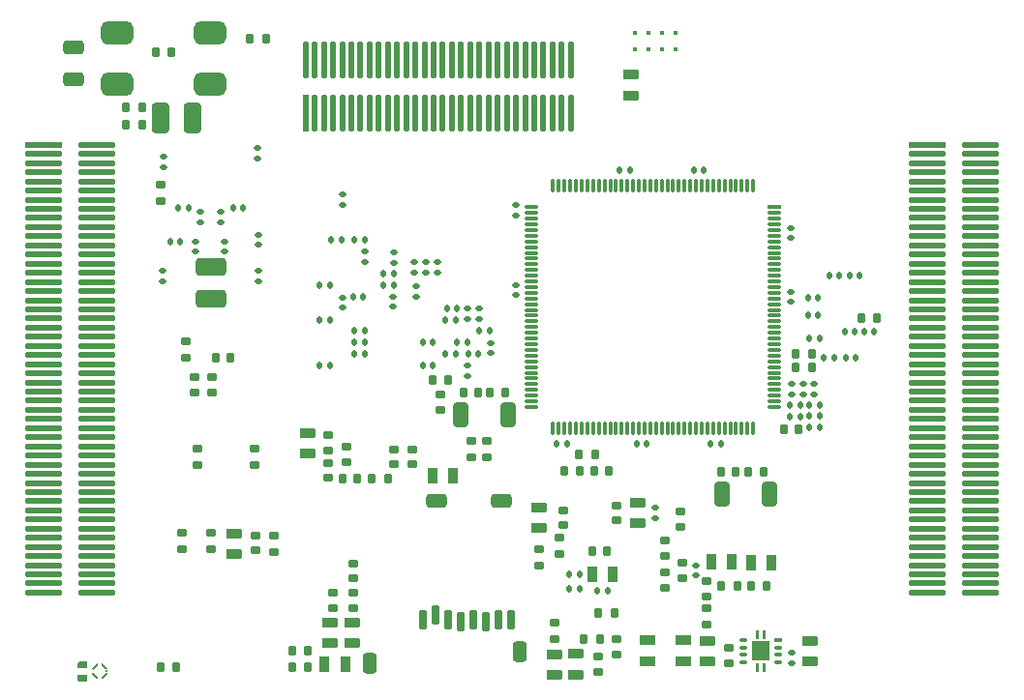
<source format=gbp>
%FSLAX44Y44*%
%MOMM*%
G71*
G01*
G75*
G04 Layer_Color=128*
%ADD10C,1.0000*%
G04:AMPARAMS|DCode=11|XSize=0.9mm|YSize=0.6mm|CornerRadius=0.15mm|HoleSize=0mm|Usage=FLASHONLY|Rotation=90.000|XOffset=0mm|YOffset=0mm|HoleType=Round|Shape=RoundedRectangle|*
%AMROUNDEDRECTD11*
21,1,0.9000,0.3000,0,0,90.0*
21,1,0.6000,0.6000,0,0,90.0*
1,1,0.3000,0.1500,0.3000*
1,1,0.3000,0.1500,-0.3000*
1,1,0.3000,-0.1500,-0.3000*
1,1,0.3000,-0.1500,0.3000*
%
%ADD11ROUNDEDRECTD11*%
G04:AMPARAMS|DCode=12|XSize=1.4mm|YSize=0.9mm|CornerRadius=0.225mm|HoleSize=0mm|Usage=FLASHONLY|Rotation=0.000|XOffset=0mm|YOffset=0mm|HoleType=Round|Shape=RoundedRectangle|*
%AMROUNDEDRECTD12*
21,1,1.4000,0.4500,0,0,0.0*
21,1,0.9500,0.9000,0,0,0.0*
1,1,0.4500,0.4750,-0.2250*
1,1,0.4500,-0.4750,-0.2250*
1,1,0.4500,-0.4750,0.2250*
1,1,0.4500,0.4750,0.2250*
%
%ADD12ROUNDEDRECTD12*%
%ADD13R,1.5700X1.8800*%
%ADD14O,1.6500X0.3000*%
%ADD15R,1.6500X0.3000*%
%ADD16R,0.5000X0.5000*%
%ADD17O,0.8000X0.2500*%
%ADD18O,0.2500X0.8000*%
%ADD19R,0.2500X0.8000*%
G04:AMPARAMS|DCode=20|XSize=0.9mm|YSize=0.6mm|CornerRadius=0.15mm|HoleSize=0mm|Usage=FLASHONLY|Rotation=0.000|XOffset=0mm|YOffset=0mm|HoleType=Round|Shape=RoundedRectangle|*
%AMROUNDEDRECTD20*
21,1,0.9000,0.3000,0,0,0.0*
21,1,0.6000,0.6000,0,0,0.0*
1,1,0.3000,0.3000,-0.1500*
1,1,0.3000,-0.3000,-0.1500*
1,1,0.3000,-0.3000,0.1500*
1,1,0.3000,0.3000,0.1500*
%
%ADD20ROUNDEDRECTD20*%
G04:AMPARAMS|DCode=21|XSize=1.4mm|YSize=0.9mm|CornerRadius=0.225mm|HoleSize=0mm|Usage=FLASHONLY|Rotation=90.000|XOffset=0mm|YOffset=0mm|HoleType=Round|Shape=RoundedRectangle|*
%AMROUNDEDRECTD21*
21,1,1.4000,0.4500,0,0,90.0*
21,1,0.9500,0.9000,0,0,90.0*
1,1,0.4500,0.2250,0.4750*
1,1,0.4500,0.2250,-0.4750*
1,1,0.4500,-0.2250,-0.4750*
1,1,0.4500,-0.2250,0.4750*
%
%ADD21ROUNDEDRECTD21*%
G04:AMPARAMS|DCode=22|XSize=0.6mm|YSize=0.45mm|CornerRadius=0.1125mm|HoleSize=0mm|Usage=FLASHONLY|Rotation=270.000|XOffset=0mm|YOffset=0mm|HoleType=Round|Shape=RoundedRectangle|*
%AMROUNDEDRECTD22*
21,1,0.6000,0.2250,0,0,270.0*
21,1,0.3750,0.4500,0,0,270.0*
1,1,0.2250,-0.1125,-0.1875*
1,1,0.2250,-0.1125,0.1875*
1,1,0.2250,0.1125,0.1875*
1,1,0.2250,0.1125,-0.1875*
%
%ADD22ROUNDEDRECTD22*%
G04:AMPARAMS|DCode=23|XSize=0.6mm|YSize=0.45mm|CornerRadius=0.1125mm|HoleSize=0mm|Usage=FLASHONLY|Rotation=180.000|XOffset=0mm|YOffset=0mm|HoleType=Round|Shape=RoundedRectangle|*
%AMROUNDEDRECTD23*
21,1,0.6000,0.2250,0,0,180.0*
21,1,0.3750,0.4500,0,0,180.0*
1,1,0.2250,-0.1875,0.1125*
1,1,0.2250,0.1875,0.1125*
1,1,0.2250,0.1875,-0.1125*
1,1,0.2250,-0.1875,-0.1125*
%
%ADD23ROUNDEDRECTD23*%
G04:AMPARAMS|DCode=24|XSize=2.7mm|YSize=1.6mm|CornerRadius=0.4mm|HoleSize=0mm|Usage=FLASHONLY|Rotation=180.000|XOffset=0mm|YOffset=0mm|HoleType=Round|Shape=RoundedRectangle|*
%AMROUNDEDRECTD24*
21,1,2.7000,0.8000,0,0,180.0*
21,1,1.9000,1.6000,0,0,180.0*
1,1,0.8000,-0.9500,0.4000*
1,1,0.8000,0.9500,0.4000*
1,1,0.8000,0.9500,-0.4000*
1,1,0.8000,-0.9500,-0.4000*
%
%ADD24ROUNDEDRECTD24*%
G04:AMPARAMS|DCode=25|XSize=1.4mm|YSize=1.2mm|CornerRadius=0.18mm|HoleSize=0mm|Usage=FLASHONLY|Rotation=90.000|XOffset=0mm|YOffset=0mm|HoleType=Round|Shape=RoundedRectangle|*
%AMROUNDEDRECTD25*
21,1,1.4000,0.8400,0,0,90.0*
21,1,1.0400,1.2000,0,0,90.0*
1,1,0.3600,0.4200,0.5200*
1,1,0.3600,0.4200,-0.5200*
1,1,0.3600,-0.4200,-0.5200*
1,1,0.3600,-0.4200,0.5200*
%
%ADD25ROUNDEDRECTD25*%
G04:AMPARAMS|DCode=26|XSize=0.9mm|YSize=0.7mm|CornerRadius=0.175mm|HoleSize=0mm|Usage=FLASHONLY|Rotation=180.000|XOffset=0mm|YOffset=0mm|HoleType=Round|Shape=RoundedRectangle|*
%AMROUNDEDRECTD26*
21,1,0.9000,0.3500,0,0,180.0*
21,1,0.5500,0.7000,0,0,180.0*
1,1,0.3500,-0.2750,0.1750*
1,1,0.3500,0.2750,0.1750*
1,1,0.3500,0.2750,-0.1750*
1,1,0.3500,-0.2750,-0.1750*
%
%ADD26ROUNDEDRECTD26*%
G04:AMPARAMS|DCode=27|XSize=0.9mm|YSize=0.7mm|CornerRadius=0.175mm|HoleSize=0mm|Usage=FLASHONLY|Rotation=90.000|XOffset=0mm|YOffset=0mm|HoleType=Round|Shape=RoundedRectangle|*
%AMROUNDEDRECTD27*
21,1,0.9000,0.3500,0,0,90.0*
21,1,0.5500,0.7000,0,0,90.0*
1,1,0.3500,0.1750,0.2750*
1,1,0.3500,0.1750,-0.2750*
1,1,0.3500,-0.1750,-0.2750*
1,1,0.3500,-0.1750,0.2750*
%
%ADD27ROUNDEDRECTD27*%
G04:AMPARAMS|DCode=28|XSize=0.5mm|YSize=0.66mm|CornerRadius=0.125mm|HoleSize=0mm|Usage=FLASHONLY|Rotation=270.000|XOffset=0mm|YOffset=0mm|HoleType=Round|Shape=RoundedRectangle|*
%AMROUNDEDRECTD28*
21,1,0.5000,0.4100,0,0,270.0*
21,1,0.2500,0.6600,0,0,270.0*
1,1,0.2500,-0.2050,-0.1250*
1,1,0.2500,-0.2050,0.1250*
1,1,0.2500,0.2050,0.1250*
1,1,0.2500,0.2050,-0.1250*
%
%ADD28ROUNDEDRECTD28*%
%ADD29R,1.4000X1.4000*%
%ADD30R,1.2000X1.4000*%
G04:AMPARAMS|DCode=31|XSize=2.65mm|YSize=7.3mm|CornerRadius=0.6625mm|HoleSize=0mm|Usage=FLASHONLY|Rotation=0.000|XOffset=0mm|YOffset=0mm|HoleType=Round|Shape=RoundedRectangle|*
%AMROUNDEDRECTD31*
21,1,2.6500,5.9750,0,0,0.0*
21,1,1.3250,7.3000,0,0,0.0*
1,1,1.3250,0.6625,-2.9875*
1,1,1.3250,-0.6625,-2.9875*
1,1,1.3250,-0.6625,2.9875*
1,1,1.3250,0.6625,2.9875*
%
%ADD31ROUNDEDRECTD31*%
G04:AMPARAMS|DCode=32|XSize=2.7mm|YSize=1.6mm|CornerRadius=0.4mm|HoleSize=0mm|Usage=FLASHONLY|Rotation=270.000|XOffset=0mm|YOffset=0mm|HoleType=Round|Shape=RoundedRectangle|*
%AMROUNDEDRECTD32*
21,1,2.7000,0.8000,0,0,270.0*
21,1,1.9000,1.6000,0,0,270.0*
1,1,0.8000,-0.4000,-0.9500*
1,1,0.8000,-0.4000,0.9500*
1,1,0.8000,0.4000,0.9500*
1,1,0.8000,0.4000,-0.9500*
%
%ADD32ROUNDEDRECTD32*%
%ADD33R,1.9000X2.4000*%
G04:AMPARAMS|DCode=34|XSize=0.5mm|YSize=0.66mm|CornerRadius=0.125mm|HoleSize=0mm|Usage=FLASHONLY|Rotation=0.000|XOffset=0mm|YOffset=0mm|HoleType=Round|Shape=RoundedRectangle|*
%AMROUNDEDRECTD34*
21,1,0.5000,0.4100,0,0,0.0*
21,1,0.2500,0.6600,0,0,0.0*
1,1,0.2500,0.1250,-0.2050*
1,1,0.2500,-0.1250,-0.2050*
1,1,0.2500,-0.1250,0.2050*
1,1,0.2500,0.1250,0.2050*
%
%ADD34ROUNDEDRECTD34*%
%ADD35R,1.0160X1.0160*%
%ADD36R,2.0000X3.5000*%
%ADD37R,0.5000X2.2500*%
%ADD38R,2.0000X4.0000*%
%ADD39O,0.5000X2.4000*%
G04:AMPARAMS|DCode=40|XSize=0.5mm|YSize=2.4mm|CornerRadius=0.125mm|HoleSize=0mm|Usage=FLASHONLY|Rotation=0.000|XOffset=0mm|YOffset=0mm|HoleType=Round|Shape=RoundedRectangle|*
%AMROUNDEDRECTD40*
21,1,0.5000,2.1500,0,0,0.0*
21,1,0.2500,2.4000,0,0,0.0*
1,1,0.2500,0.1250,-1.0750*
1,1,0.2500,-0.1250,-1.0750*
1,1,0.2500,-0.1250,1.0750*
1,1,0.2500,0.1250,1.0750*
%
%ADD40ROUNDEDRECTD40*%
%ADD41O,2.7500X1.0000*%
%ADD42O,2.2000X0.6000*%
%ADD43R,2.2000X0.6000*%
%ADD44R,0.3048X0.3048*%
G04:AMPARAMS|DCode=45|XSize=0.3048mm|YSize=0.3048mm|CornerRadius=0.0762mm|HoleSize=0mm|Usage=FLASHONLY|Rotation=270.000|XOffset=0mm|YOffset=0mm|HoleType=Round|Shape=RoundedRectangle|*
%AMROUNDEDRECTD45*
21,1,0.3048,0.1524,0,0,270.0*
21,1,0.1524,0.3048,0,0,270.0*
1,1,0.1524,-0.0762,-0.0762*
1,1,0.1524,-0.0762,0.0762*
1,1,0.1524,0.0762,0.0762*
1,1,0.1524,0.0762,-0.0762*
%
%ADD45ROUNDEDRECTD45*%
%ADD46R,0.3500X0.8000*%
%ADD47O,0.3500X0.8000*%
%ADD48R,1.7500X1.5000*%
%ADD49O,0.3000X1.6500*%
%ADD50R,0.3000X1.6500*%
%ADD51R,1.8500X0.3500*%
%ADD52O,1.8500X0.3500*%
%ADD53O,0.2500X0.7000*%
%ADD54R,0.7000X0.2500*%
%ADD55O,0.7000X0.2500*%
%ADD56R,0.2500X0.7000*%
%ADD57R,0.3500X1.5000*%
%ADD58O,0.3500X1.5600*%
%ADD59O,0.3500X1.5000*%
%ADD60O,0.6000X2.2000*%
%ADD61R,0.6000X2.2000*%
%ADD62O,0.2800X0.8500*%
%ADD63R,3.3000X3.3000*%
%ADD64O,0.8500X0.2800*%
%ADD65R,0.2800X0.8500*%
%ADD66R,2.5000X2.5000*%
%ADD67R,0.5000X0.5000*%
%ADD68O,1.6000X0.3500*%
%ADD69R,1.6000X0.3500*%
%ADD70C,0.4000*%
%ADD71C,0.4500*%
%ADD72C,0.1500*%
%ADD73C,0.3000*%
%ADD74C,0.1000*%
%ADD75C,0.8000*%
%ADD76C,0.2000*%
%ADD77C,0.4000*%
%ADD78C,0.2500*%
%ADD79C,0.6000*%
%ADD80C,0.5000*%
%ADD81C,0.2540*%
%ADD82C,0.1999*%
%ADD83C,1.5240*%
%ADD84C,1.4000*%
%ADD85O,3.0200X1.6200*%
%ADD86C,0.8000*%
%ADD87C,1.2000*%
%ADD88C,2.5000*%
%ADD89C,3.2500*%
%ADD90C,1.5000*%
%ADD91C,0.3500*%
%ADD92C,0.6000*%
%ADD93C,4.4000*%
%ADD94C,1.0160*%
%ADD95C,1.8000*%
%ADD96C,2.6000*%
%ADD97O,3.1000X1.7000*%
%ADD98C,1.3000*%
%ADD99C,1.7000*%
%ADD100C,3.7500*%
%ADD101C,0.6500*%
%ADD102C,0.8000*%
%ADD103C,0.0800*%
%ADD104C,0.0870*%
%ADD105C,0.0750*%
%ADD106C,0.4500*%
%ADD107C,2.2000*%
%ADD108O,2.8000X1.4000*%
%ADD109O,0.5000X3.3000*%
%ADD110R,0.5000X3.3000*%
%ADD111R,1.4000X0.9000*%
G04:AMPARAMS|DCode=112|XSize=1.3mm|YSize=2.2mm|CornerRadius=0.325mm|HoleSize=0mm|Usage=FLASHONLY|Rotation=180.000|XOffset=0mm|YOffset=0mm|HoleType=Round|Shape=RoundedRectangle|*
%AMROUNDEDRECTD112*
21,1,1.3000,1.5500,0,0,180.0*
21,1,0.6500,2.2000,0,0,180.0*
1,1,0.6500,-0.3250,0.7750*
1,1,0.6500,0.3250,0.7750*
1,1,0.6500,0.3250,-0.7750*
1,1,0.6500,-0.3250,-0.7750*
%
%ADD112ROUNDEDRECTD112*%
%ADD113R,0.9000X1.4000*%
%ADD114O,3.3000X0.5000*%
%ADD115R,3.3000X0.5000*%
G04:AMPARAMS|DCode=116|XSize=1.8mm|YSize=1.2mm|CornerRadius=0.3mm|HoleSize=0mm|Usage=FLASHONLY|Rotation=0.000|XOffset=0mm|YOffset=0mm|HoleType=Round|Shape=RoundedRectangle|*
%AMROUNDEDRECTD116*
21,1,1.8000,0.6000,0,0,0.0*
21,1,1.2000,1.2000,0,0,0.0*
1,1,0.6000,0.6000,-0.3000*
1,1,0.6000,-0.6000,-0.3000*
1,1,0.6000,-0.6000,0.3000*
1,1,0.6000,0.6000,0.3000*
%
%ADD116ROUNDEDRECTD116*%
%ADD117C,0.3000*%
%ADD118C,0.5000*%
G04:AMPARAMS|DCode=119|XSize=0.5mm|YSize=1.54mm|CornerRadius=0.125mm|HoleSize=0mm|Usage=FLASHONLY|Rotation=180.000|XOffset=0mm|YOffset=0mm|HoleType=Round|Shape=RoundedRectangle|*
%AMROUNDEDRECTD119*
21,1,0.5000,1.2900,0,0,180.0*
21,1,0.2500,1.5400,0,0,180.0*
1,1,0.2500,-0.1250,0.6450*
1,1,0.2500,0.1250,0.6450*
1,1,0.2500,0.1250,-0.6450*
1,1,0.2500,-0.1250,-0.6450*
%
%ADD119ROUNDEDRECTD119*%
G04:AMPARAMS|DCode=120|XSize=1.22mm|YSize=1.82mm|CornerRadius=0.305mm|HoleSize=0mm|Usage=FLASHONLY|Rotation=180.000|XOffset=0mm|YOffset=0mm|HoleType=Round|Shape=RoundedRectangle|*
%AMROUNDEDRECTD120*
21,1,1.2200,1.2100,0,0,180.0*
21,1,0.6100,1.8200,0,0,180.0*
1,1,0.6100,-0.3050,0.6050*
1,1,0.6100,0.3050,0.6050*
1,1,0.6100,0.3050,-0.6050*
1,1,0.6100,-0.3050,-0.6050*
%
%ADD120ROUNDEDRECTD120*%
G04:AMPARAMS|DCode=121|XSize=1.22mm|YSize=1.82mm|CornerRadius=0.305mm|HoleSize=0mm|Usage=FLASHONLY|Rotation=90.000|XOffset=0mm|YOffset=0mm|HoleType=Round|Shape=RoundedRectangle|*
%AMROUNDEDRECTD121*
21,1,1.2200,1.2100,0,0,90.0*
21,1,0.6100,1.8200,0,0,90.0*
1,1,0.6100,0.6050,0.3050*
1,1,0.6100,0.6050,-0.3050*
1,1,0.6100,-0.6050,-0.3050*
1,1,0.6100,-0.6050,0.3050*
%
%ADD121ROUNDEDRECTD121*%
%ADD122R,0.8000X0.3500*%
%ADD123O,0.8000X0.3500*%
%ADD124R,1.5000X1.7500*%
%ADD125R,0.4000X0.4000*%
G04:AMPARAMS|DCode=126|XSize=2mm|YSize=2.8mm|CornerRadius=0.5mm|HoleSize=0mm|Usage=FLASHONLY|Rotation=270.000|XOffset=0mm|YOffset=0mm|HoleType=Round|Shape=RoundedRectangle|*
%AMROUNDEDRECTD126*
21,1,2.0000,1.8000,0,0,270.0*
21,1,1.0000,2.8000,0,0,270.0*
1,1,1.0000,-0.9000,-0.5000*
1,1,1.0000,-0.9000,0.5000*
1,1,1.0000,0.9000,0.5000*
1,1,1.0000,0.9000,-0.5000*
%
%ADD126ROUNDEDRECTD126*%
%ADD127O,0.3000X1.2000*%
%ADD128O,1.2000X0.3000*%
%ADD129R,1.2000X0.3000*%
%ADD130C,0.1250*%
%ADD131C,0.2032*%
%ADD132C,0.1524*%
%ADD133C,0.1519*%
%ADD134R,1.3000X1.3000*%
%ADD135R,0.9000X0.9000*%
%ADD136C,1.5000*%
G04:AMPARAMS|DCode=137|XSize=1.02mm|YSize=0.72mm|CornerRadius=0.21mm|HoleSize=0mm|Usage=FLASHONLY|Rotation=90.000|XOffset=0mm|YOffset=0mm|HoleType=Round|Shape=RoundedRectangle|*
%AMROUNDEDRECTD137*
21,1,1.0200,0.3000,0,0,90.0*
21,1,0.6000,0.7200,0,0,90.0*
1,1,0.4200,0.1500,0.3000*
1,1,0.4200,0.1500,-0.3000*
1,1,0.4200,-0.1500,-0.3000*
1,1,0.4200,-0.1500,0.3000*
%
%ADD137ROUNDEDRECTD137*%
G04:AMPARAMS|DCode=138|XSize=1.54mm|YSize=1.04mm|CornerRadius=0.295mm|HoleSize=0mm|Usage=FLASHONLY|Rotation=0.000|XOffset=0mm|YOffset=0mm|HoleType=Round|Shape=RoundedRectangle|*
%AMROUNDEDRECTD138*
21,1,1.5400,0.4500,0,0,0.0*
21,1,0.9500,1.0400,0,0,0.0*
1,1,0.5900,0.4750,-0.2250*
1,1,0.5900,-0.4750,-0.2250*
1,1,0.5900,-0.4750,0.2250*
1,1,0.5900,0.4750,0.2250*
%
%ADD138ROUNDEDRECTD138*%
%ADD139R,1.6700X1.9800*%
%ADD140O,1.7500X0.4000*%
%ADD141R,1.7500X0.4000*%
%ADD142R,0.6000X0.6000*%
%ADD143O,0.9200X0.3700*%
%ADD144O,0.3700X0.9200*%
%ADD145R,0.3700X0.9200*%
G04:AMPARAMS|DCode=146|XSize=1.02mm|YSize=0.72mm|CornerRadius=0.21mm|HoleSize=0mm|Usage=FLASHONLY|Rotation=0.000|XOffset=0mm|YOffset=0mm|HoleType=Round|Shape=RoundedRectangle|*
%AMROUNDEDRECTD146*
21,1,1.0200,0.3000,0,0,0.0*
21,1,0.6000,0.7200,0,0,0.0*
1,1,0.4200,0.3000,-0.1500*
1,1,0.4200,-0.3000,-0.1500*
1,1,0.4200,-0.3000,0.1500*
1,1,0.4200,0.3000,0.1500*
%
%ADD146ROUNDEDRECTD146*%
G04:AMPARAMS|DCode=147|XSize=1.54mm|YSize=1.04mm|CornerRadius=0.295mm|HoleSize=0mm|Usage=FLASHONLY|Rotation=90.000|XOffset=0mm|YOffset=0mm|HoleType=Round|Shape=RoundedRectangle|*
%AMROUNDEDRECTD147*
21,1,1.5400,0.4500,0,0,90.0*
21,1,0.9500,1.0400,0,0,90.0*
1,1,0.5900,0.2250,0.4750*
1,1,0.5900,0.2250,-0.4750*
1,1,0.5900,-0.2250,-0.4750*
1,1,0.5900,-0.2250,0.4750*
%
%ADD147ROUNDEDRECTD147*%
G04:AMPARAMS|DCode=148|XSize=0.7mm|YSize=0.55mm|CornerRadius=0.1625mm|HoleSize=0mm|Usage=FLASHONLY|Rotation=270.000|XOffset=0mm|YOffset=0mm|HoleType=Round|Shape=RoundedRectangle|*
%AMROUNDEDRECTD148*
21,1,0.7000,0.2250,0,0,270.0*
21,1,0.3750,0.5500,0,0,270.0*
1,1,0.3250,-0.1125,-0.1875*
1,1,0.3250,-0.1125,0.1875*
1,1,0.3250,0.1125,0.1875*
1,1,0.3250,0.1125,-0.1875*
%
%ADD148ROUNDEDRECTD148*%
G04:AMPARAMS|DCode=149|XSize=0.7mm|YSize=0.55mm|CornerRadius=0.1625mm|HoleSize=0mm|Usage=FLASHONLY|Rotation=180.000|XOffset=0mm|YOffset=0mm|HoleType=Round|Shape=RoundedRectangle|*
%AMROUNDEDRECTD149*
21,1,0.7000,0.2250,0,0,180.0*
21,1,0.3750,0.5500,0,0,180.0*
1,1,0.3250,-0.1875,0.1125*
1,1,0.3250,0.1875,0.1125*
1,1,0.3250,0.1875,-0.1125*
1,1,0.3250,-0.1875,-0.1125*
%
%ADD149ROUNDEDRECTD149*%
G04:AMPARAMS|DCode=150|XSize=2.8mm|YSize=1.7mm|CornerRadius=0.45mm|HoleSize=0mm|Usage=FLASHONLY|Rotation=180.000|XOffset=0mm|YOffset=0mm|HoleType=Round|Shape=RoundedRectangle|*
%AMROUNDEDRECTD150*
21,1,2.8000,0.8000,0,0,180.0*
21,1,1.9000,1.7000,0,0,180.0*
1,1,0.9000,-0.9500,0.4000*
1,1,0.9000,0.9500,0.4000*
1,1,0.9000,0.9500,-0.4000*
1,1,0.9000,-0.9500,-0.4000*
%
%ADD150ROUNDEDRECTD150*%
G04:AMPARAMS|DCode=151|XSize=1.5mm|YSize=1.3mm|CornerRadius=0.23mm|HoleSize=0mm|Usage=FLASHONLY|Rotation=90.000|XOffset=0mm|YOffset=0mm|HoleType=Round|Shape=RoundedRectangle|*
%AMROUNDEDRECTD151*
21,1,1.5000,0.8400,0,0,90.0*
21,1,1.0400,1.3000,0,0,90.0*
1,1,0.4600,0.4200,0.5200*
1,1,0.4600,0.4200,-0.5200*
1,1,0.4600,-0.4200,-0.5200*
1,1,0.4600,-0.4200,0.5200*
%
%ADD151ROUNDEDRECTD151*%
G04:AMPARAMS|DCode=152|XSize=1mm|YSize=0.8mm|CornerRadius=0.225mm|HoleSize=0mm|Usage=FLASHONLY|Rotation=180.000|XOffset=0mm|YOffset=0mm|HoleType=Round|Shape=RoundedRectangle|*
%AMROUNDEDRECTD152*
21,1,1.0000,0.3500,0,0,180.0*
21,1,0.5500,0.8000,0,0,180.0*
1,1,0.4500,-0.2750,0.1750*
1,1,0.4500,0.2750,0.1750*
1,1,0.4500,0.2750,-0.1750*
1,1,0.4500,-0.2750,-0.1750*
%
%ADD152ROUNDEDRECTD152*%
G04:AMPARAMS|DCode=153|XSize=1mm|YSize=0.8mm|CornerRadius=0.225mm|HoleSize=0mm|Usage=FLASHONLY|Rotation=90.000|XOffset=0mm|YOffset=0mm|HoleType=Round|Shape=RoundedRectangle|*
%AMROUNDEDRECTD153*
21,1,1.0000,0.3500,0,0,90.0*
21,1,0.5500,0.8000,0,0,90.0*
1,1,0.4500,0.1750,0.2750*
1,1,0.4500,0.1750,-0.2750*
1,1,0.4500,-0.1750,-0.2750*
1,1,0.4500,-0.1750,0.2750*
%
%ADD153ROUNDEDRECTD153*%
G04:AMPARAMS|DCode=154|XSize=0.6mm|YSize=0.76mm|CornerRadius=0.175mm|HoleSize=0mm|Usage=FLASHONLY|Rotation=270.000|XOffset=0mm|YOffset=0mm|HoleType=Round|Shape=RoundedRectangle|*
%AMROUNDEDRECTD154*
21,1,0.6000,0.4100,0,0,270.0*
21,1,0.2500,0.7600,0,0,270.0*
1,1,0.3500,-0.2050,-0.1250*
1,1,0.3500,-0.2050,0.1250*
1,1,0.3500,0.2050,0.1250*
1,1,0.3500,0.2050,-0.1250*
%
%ADD154ROUNDEDRECTD154*%
%ADD155R,1.5000X1.5000*%
%ADD156R,1.3000X1.5000*%
G04:AMPARAMS|DCode=157|XSize=2.75mm|YSize=7.4mm|CornerRadius=0.7125mm|HoleSize=0mm|Usage=FLASHONLY|Rotation=0.000|XOffset=0mm|YOffset=0mm|HoleType=Round|Shape=RoundedRectangle|*
%AMROUNDEDRECTD157*
21,1,2.7500,5.9750,0,0,0.0*
21,1,1.3250,7.4000,0,0,0.0*
1,1,1.4250,0.6625,-2.9875*
1,1,1.4250,-0.6625,-2.9875*
1,1,1.4250,-0.6625,2.9875*
1,1,1.4250,0.6625,2.9875*
%
%ADD157ROUNDEDRECTD157*%
G04:AMPARAMS|DCode=158|XSize=2.8mm|YSize=1.7mm|CornerRadius=0.45mm|HoleSize=0mm|Usage=FLASHONLY|Rotation=270.000|XOffset=0mm|YOffset=0mm|HoleType=Round|Shape=RoundedRectangle|*
%AMROUNDEDRECTD158*
21,1,2.8000,0.8000,0,0,270.0*
21,1,1.9000,1.7000,0,0,270.0*
1,1,0.9000,-0.4000,-0.9500*
1,1,0.9000,-0.4000,0.9500*
1,1,0.9000,0.4000,0.9500*
1,1,0.9000,0.4000,-0.9500*
%
%ADD158ROUNDEDRECTD158*%
%ADD159R,2.0000X2.5000*%
G04:AMPARAMS|DCode=160|XSize=0.6mm|YSize=0.76mm|CornerRadius=0.175mm|HoleSize=0mm|Usage=FLASHONLY|Rotation=0.000|XOffset=0mm|YOffset=0mm|HoleType=Round|Shape=RoundedRectangle|*
%AMROUNDEDRECTD160*
21,1,0.6000,0.4100,0,0,0.0*
21,1,0.2500,0.7600,0,0,0.0*
1,1,0.3500,0.1250,-0.2050*
1,1,0.3500,-0.1250,-0.2050*
1,1,0.3500,-0.1250,0.2050*
1,1,0.3500,0.1250,0.2050*
%
%ADD160ROUNDEDRECTD160*%
%ADD161R,1.1160X1.1160*%
%ADD162R,2.1000X3.6000*%
%ADD163R,0.6000X2.3500*%
%ADD164R,2.1000X4.1000*%
%ADD165O,0.6200X2.5200*%
G04:AMPARAMS|DCode=166|XSize=0.62mm|YSize=2.52mm|CornerRadius=0.185mm|HoleSize=0mm|Usage=FLASHONLY|Rotation=0.000|XOffset=0mm|YOffset=0mm|HoleType=Round|Shape=RoundedRectangle|*
%AMROUNDEDRECTD166*
21,1,0.6200,2.1500,0,0,0.0*
21,1,0.2500,2.5200,0,0,0.0*
1,1,0.3700,0.1250,-1.0750*
1,1,0.3700,-0.1250,-1.0750*
1,1,0.3700,-0.1250,1.0750*
1,1,0.3700,0.1250,1.0750*
%
%ADD166ROUNDEDRECTD166*%
%ADD167O,2.8500X1.1000*%
%ADD168O,2.3000X0.7000*%
%ADD169R,2.3000X0.7000*%
%ADD170R,0.4048X0.4048*%
G04:AMPARAMS|DCode=171|XSize=0.4048mm|YSize=0.4048mm|CornerRadius=0.1262mm|HoleSize=0mm|Usage=FLASHONLY|Rotation=270.000|XOffset=0mm|YOffset=0mm|HoleType=Round|Shape=RoundedRectangle|*
%AMROUNDEDRECTD171*
21,1,0.4048,0.1524,0,0,270.0*
21,1,0.1524,0.4048,0,0,270.0*
1,1,0.2524,-0.0762,-0.0762*
1,1,0.2524,-0.0762,0.0762*
1,1,0.2524,0.0762,0.0762*
1,1,0.2524,0.0762,-0.0762*
%
%ADD171ROUNDEDRECTD171*%
%ADD172R,0.4500X0.9000*%
%ADD173O,0.4500X0.9000*%
%ADD174R,1.8500X1.6000*%
%ADD175O,0.4000X1.7500*%
%ADD176R,0.4000X1.7500*%
%ADD177R,1.9500X0.4500*%
%ADD178O,1.9500X0.4500*%
%ADD179R,0.4500X1.6000*%
%ADD180O,0.4500X1.6600*%
%ADD181O,0.4500X1.6000*%
%ADD182O,0.7000X2.3000*%
%ADD183R,0.7000X2.3000*%
%ADD184O,0.3800X0.9500*%
%ADD185R,3.4000X3.4000*%
%ADD186O,0.9500X0.3800*%
%ADD187R,0.3800X0.9500*%
%ADD188R,2.6200X2.6200*%
%ADD189R,0.6000X0.6000*%
%ADD190O,1.7000X0.4500*%
%ADD191R,1.7000X0.4500*%
%ADD192C,0.5200*%
%ADD193C,0.5500*%
%ADD194C,1.6240*%
%ADD195C,0.1000*%
%ADD196O,3.1200X1.7200*%
%ADD197C,0.9000*%
%ADD198C,3.3500*%
%ADD199C,1.6000*%
%ADD200C,4.5000*%
%ADD201O,0.6200X3.4200*%
%ADD202R,0.6200X3.4200*%
%ADD203R,1.5200X1.0200*%
G04:AMPARAMS|DCode=204|XSize=1.4mm|YSize=2.3mm|CornerRadius=0.375mm|HoleSize=0mm|Usage=FLASHONLY|Rotation=180.000|XOffset=0mm|YOffset=0mm|HoleType=Round|Shape=RoundedRectangle|*
%AMROUNDEDRECTD204*
21,1,1.4000,1.5500,0,0,180.0*
21,1,0.6500,2.3000,0,0,180.0*
1,1,0.7500,-0.3250,0.7750*
1,1,0.7500,0.3250,0.7750*
1,1,0.7500,0.3250,-0.7750*
1,1,0.7500,-0.3250,-0.7750*
%
%ADD204ROUNDEDRECTD204*%
%ADD205R,1.0200X1.5200*%
%ADD206O,3.4200X0.6200*%
%ADD207R,3.4200X0.6200*%
G04:AMPARAMS|DCode=208|XSize=1.9mm|YSize=1.3mm|CornerRadius=0.35mm|HoleSize=0mm|Usage=FLASHONLY|Rotation=0.000|XOffset=0mm|YOffset=0mm|HoleType=Round|Shape=RoundedRectangle|*
%AMROUNDEDRECTD208*
21,1,1.9000,0.6000,0,0,0.0*
21,1,1.2000,1.3000,0,0,0.0*
1,1,0.7000,0.6000,-0.3000*
1,1,0.7000,-0.6000,-0.3000*
1,1,0.7000,-0.6000,0.3000*
1,1,0.7000,0.6000,0.3000*
%
%ADD208ROUNDEDRECTD208*%
G04:AMPARAMS|DCode=209|XSize=0.6mm|YSize=1.64mm|CornerRadius=0.175mm|HoleSize=0mm|Usage=FLASHONLY|Rotation=180.000|XOffset=0mm|YOffset=0mm|HoleType=Round|Shape=RoundedRectangle|*
%AMROUNDEDRECTD209*
21,1,0.6000,1.2900,0,0,180.0*
21,1,0.2500,1.6400,0,0,180.0*
1,1,0.3500,-0.1250,0.6450*
1,1,0.3500,0.1250,0.6450*
1,1,0.3500,0.1250,-0.6450*
1,1,0.3500,-0.1250,-0.6450*
%
%ADD209ROUNDEDRECTD209*%
G04:AMPARAMS|DCode=210|XSize=1.32mm|YSize=1.92mm|CornerRadius=0.355mm|HoleSize=0mm|Usage=FLASHONLY|Rotation=180.000|XOffset=0mm|YOffset=0mm|HoleType=Round|Shape=RoundedRectangle|*
%AMROUNDEDRECTD210*
21,1,1.3200,1.2100,0,0,180.0*
21,1,0.6100,1.9200,0,0,180.0*
1,1,0.7100,-0.3050,0.6050*
1,1,0.7100,0.3050,0.6050*
1,1,0.7100,0.3050,-0.6050*
1,1,0.7100,-0.3050,-0.6050*
%
%ADD210ROUNDEDRECTD210*%
G04:AMPARAMS|DCode=211|XSize=1.32mm|YSize=1.92mm|CornerRadius=0.355mm|HoleSize=0mm|Usage=FLASHONLY|Rotation=90.000|XOffset=0mm|YOffset=0mm|HoleType=Round|Shape=RoundedRectangle|*
%AMROUNDEDRECTD211*
21,1,1.3200,1.2100,0,0,90.0*
21,1,0.6100,1.9200,0,0,90.0*
1,1,0.7100,0.6050,0.3050*
1,1,0.7100,0.6050,-0.3050*
1,1,0.7100,-0.6050,-0.3050*
1,1,0.7100,-0.6050,0.3050*
%
%ADD211ROUNDEDRECTD211*%
%ADD212R,0.9000X0.4500*%
%ADD213O,0.9000X0.4500*%
%ADD214R,1.6000X1.8500*%
G04:AMPARAMS|DCode=215|XSize=2.1mm|YSize=2.9mm|CornerRadius=0.55mm|HoleSize=0mm|Usage=FLASHONLY|Rotation=270.000|XOffset=0mm|YOffset=0mm|HoleType=Round|Shape=RoundedRectangle|*
%AMROUNDEDRECTD215*
21,1,2.1000,1.8000,0,0,270.0*
21,1,1.0000,2.9000,0,0,270.0*
1,1,1.1000,-0.9000,-0.5000*
1,1,1.1000,-0.9000,0.5000*
1,1,1.1000,0.9000,0.5000*
1,1,1.1000,0.9000,-0.5000*
%
%ADD215ROUNDEDRECTD215*%
%ADD216O,0.4000X1.3000*%
%ADD217O,1.3000X0.4000*%
%ADD218R,1.3000X0.4000*%
G04:AMPARAMS|DCode=219|XSize=0.7mm|YSize=1.74mm|CornerRadius=0.225mm|HoleSize=0mm|Usage=FLASHONLY|Rotation=180.000|XOffset=0mm|YOffset=0mm|HoleType=Round|Shape=RoundedRectangle|*
%AMROUNDEDRECTD219*
21,1,0.7000,1.2900,0,0,180.0*
21,1,0.2500,1.7400,0,0,180.0*
1,1,0.4500,-0.1250,0.6450*
1,1,0.4500,0.1250,0.6450*
1,1,0.4500,0.1250,-0.6450*
1,1,0.4500,-0.1250,-0.6450*
%
%ADD219ROUNDEDRECTD219*%
G36*
X671500Y18750D02*
X668500D01*
Y26000D01*
X671500D01*
Y18750D01*
D02*
G37*
G36*
X665500D02*
X662500D01*
Y26000D01*
X665500D01*
Y18750D01*
D02*
G37*
G36*
X77700Y10050D02*
X71500D01*
X69700Y11850D01*
Y15850D01*
X77700D01*
Y10050D01*
D02*
G37*
G36*
X671500Y47500D02*
X668500D01*
Y54750D01*
X671500D01*
Y47500D01*
D02*
G37*
G36*
X665500D02*
X662500D01*
Y54750D01*
X665500D01*
Y47500D01*
D02*
G37*
G36*
X77700Y22250D02*
X69700D01*
Y26250D01*
X71500Y28050D01*
X77700D01*
Y22250D01*
D02*
G37*
D11*
X526430Y46990D02*
D03*
X512430D02*
D03*
X672480Y93980D02*
D03*
X658480D02*
D03*
X632826D02*
D03*
X646826D02*
D03*
X126000Y513000D02*
D03*
X112000D02*
D03*
Y498000D02*
D03*
X126000D02*
D03*
X156000Y23000D02*
D03*
X142000D02*
D03*
X257000D02*
D03*
X271000D02*
D03*
X257000Y37000D02*
D03*
X271000D02*
D03*
X327000Y188000D02*
D03*
X341000D02*
D03*
X539130Y69850D02*
D03*
X525130D02*
D03*
X522000Y209000D02*
D03*
X508000D02*
D03*
X712000Y285000D02*
D03*
X698000D02*
D03*
X712000Y297000D02*
D03*
X698000D02*
D03*
X755000Y328422D02*
D03*
X769000D02*
D03*
X220330Y572770D02*
D03*
X234330D02*
D03*
D12*
X554000Y541500D02*
D03*
Y523500D02*
D03*
X486410Y33900D02*
D03*
Y15900D02*
D03*
X621000Y45500D02*
D03*
Y27500D02*
D03*
X473000Y144500D02*
D03*
Y162500D02*
D03*
X560000Y148500D02*
D03*
Y166500D02*
D03*
X710000Y27500D02*
D03*
Y45500D02*
D03*
X310000Y61500D02*
D03*
Y43500D02*
D03*
X290000Y61500D02*
D03*
Y43500D02*
D03*
X271000Y209500D02*
D03*
Y227500D02*
D03*
X206756Y121548D02*
D03*
Y139548D02*
D03*
X505460Y34290D02*
D03*
Y16290D02*
D03*
D20*
X486410Y61610D02*
D03*
Y47610D02*
D03*
X414320Y206720D02*
D03*
X427320D02*
D03*
Y220720D02*
D03*
X414320D02*
D03*
X387096Y247762D02*
D03*
Y261762D02*
D03*
X311000Y88000D02*
D03*
Y74000D02*
D03*
X620000D02*
D03*
Y60000D02*
D03*
X164592Y307990D02*
D03*
Y293990D02*
D03*
X186944Y263002D02*
D03*
Y277002D02*
D03*
X224000Y214000D02*
D03*
Y200000D02*
D03*
X186000Y126000D02*
D03*
Y140000D02*
D03*
X174000Y200000D02*
D03*
Y214000D02*
D03*
X161000Y140000D02*
D03*
Y126000D02*
D03*
X305000Y202000D02*
D03*
Y216000D02*
D03*
X473000Y126000D02*
D03*
Y112000D02*
D03*
X491000Y122000D02*
D03*
Y136000D02*
D03*
X241046Y123810D02*
D03*
Y137810D02*
D03*
X142000Y445000D02*
D03*
Y431000D02*
D03*
D21*
X676266Y114554D02*
D03*
X658266D02*
D03*
X379866Y190754D02*
D03*
X397866D02*
D03*
X537500Y104000D02*
D03*
X519500D02*
D03*
X641976Y114808D02*
D03*
X623976D02*
D03*
D22*
X508540Y104140D02*
D03*
X499840D02*
D03*
Y91440D02*
D03*
X508540D02*
D03*
X617520Y458000D02*
D03*
X608480D02*
D03*
X552520D02*
D03*
X543480D02*
D03*
X497520Y218000D02*
D03*
X488480D02*
D03*
X567520D02*
D03*
X558480D02*
D03*
X632520D02*
D03*
X623480D02*
D03*
X740886Y316484D02*
D03*
X749586D02*
D03*
X709898Y310896D02*
D03*
X718598D02*
D03*
X708374Y330962D02*
D03*
X717074D02*
D03*
X757650Y316484D02*
D03*
X766350D02*
D03*
X727170Y365760D02*
D03*
X735870D02*
D03*
X744950Y365760D02*
D03*
X753650D02*
D03*
X166520Y425000D02*
D03*
X157480D02*
D03*
X159520Y395000D02*
D03*
X150480D02*
D03*
X214520Y425000D02*
D03*
X205480D02*
D03*
X701520Y242000D02*
D03*
X692480D02*
D03*
X718520Y233000D02*
D03*
X709480D02*
D03*
Y243000D02*
D03*
X718520D02*
D03*
Y252000D02*
D03*
X709480D02*
D03*
X701520D02*
D03*
X692480D02*
D03*
X336856Y357124D02*
D03*
X345896D02*
D03*
X391480Y297000D02*
D03*
X400520D02*
D03*
X420318Y296926D02*
D03*
X411278D02*
D03*
X401480Y307000D02*
D03*
X410520D02*
D03*
X400520Y327000D02*
D03*
X391480D02*
D03*
X392482Y337058D02*
D03*
X401522D02*
D03*
X281480Y287000D02*
D03*
X290520D02*
D03*
X320520Y297000D02*
D03*
X311480D02*
D03*
X320520Y307000D02*
D03*
X311480D02*
D03*
X281480Y327000D02*
D03*
X290520D02*
D03*
X319520Y347000D02*
D03*
X310480D02*
D03*
X290520Y357000D02*
D03*
X281480D02*
D03*
X300520Y397000D02*
D03*
X291480D02*
D03*
X429970Y317500D02*
D03*
X420930D02*
D03*
X345896Y367030D02*
D03*
X336856D02*
D03*
X371400Y286766D02*
D03*
X380440D02*
D03*
X371400Y306832D02*
D03*
X380440D02*
D03*
X320520Y397000D02*
D03*
X311480D02*
D03*
X320520Y317000D02*
D03*
X311480D02*
D03*
X533520Y90000D02*
D03*
X524480D02*
D03*
X750466Y293370D02*
D03*
X741426D02*
D03*
X722428Y293370D02*
D03*
X731468D02*
D03*
X717074Y345948D02*
D03*
X708374D02*
D03*
D23*
X453000Y427520D02*
D03*
Y418480D02*
D03*
Y357520D02*
D03*
Y348480D02*
D03*
X693000Y351520D02*
D03*
Y342480D02*
D03*
Y407520D02*
D03*
Y398480D02*
D03*
X198000Y395520D02*
D03*
Y386480D02*
D03*
X173000Y395520D02*
D03*
Y386480D02*
D03*
X177000Y421520D02*
D03*
Y412480D02*
D03*
X195000Y421520D02*
D03*
Y412480D02*
D03*
X145000Y469520D02*
D03*
Y460480D02*
D03*
X227000Y468480D02*
D03*
Y477520D02*
D03*
X228000Y401520D02*
D03*
Y392480D02*
D03*
X144000Y369520D02*
D03*
Y360480D02*
D03*
X228000Y369520D02*
D03*
Y360480D02*
D03*
X714000Y261480D02*
D03*
Y270520D02*
D03*
X704000Y261480D02*
D03*
Y270520D02*
D03*
X694000D02*
D03*
Y261480D02*
D03*
X345694Y338126D02*
D03*
Y347166D02*
D03*
X384302Y368098D02*
D03*
Y377138D02*
D03*
X411000Y286520D02*
D03*
Y277480D02*
D03*
Y336520D02*
D03*
Y327480D02*
D03*
X421000Y336520D02*
D03*
Y327480D02*
D03*
X431000Y306520D02*
D03*
Y297480D02*
D03*
X301000Y337480D02*
D03*
Y346520D02*
D03*
X321000Y386520D02*
D03*
Y377480D02*
D03*
X366014Y356056D02*
D03*
Y347016D02*
D03*
X345948Y376734D02*
D03*
Y385774D02*
D03*
X363982Y368098D02*
D03*
Y377138D02*
D03*
X374142Y368046D02*
D03*
Y377086D02*
D03*
X301000Y436520D02*
D03*
Y427480D02*
D03*
X575000Y153480D02*
D03*
Y162520D02*
D03*
X694000Y35520D02*
D03*
Y26480D02*
D03*
X610108Y102922D02*
D03*
Y111962D02*
D03*
D24*
X186000Y345000D02*
D03*
Y373000D02*
D03*
D26*
X582930Y105560D02*
D03*
Y92560D02*
D03*
Y120500D02*
D03*
Y133500D02*
D03*
X598170Y113942D02*
D03*
Y100942D02*
D03*
X620014Y97940D02*
D03*
Y84940D02*
D03*
X596900Y158900D02*
D03*
Y145900D02*
D03*
X639000Y26500D02*
D03*
Y39500D02*
D03*
X293000Y87500D02*
D03*
Y74500D02*
D03*
X494030Y160170D02*
D03*
Y147170D02*
D03*
X541000Y164500D02*
D03*
Y151500D02*
D03*
X541020Y34140D02*
D03*
Y47140D02*
D03*
X524510Y18750D02*
D03*
Y31750D02*
D03*
X362204Y213510D02*
D03*
Y200510D02*
D03*
X346000Y200500D02*
D03*
Y213500D02*
D03*
X311000Y100500D02*
D03*
Y113500D02*
D03*
X225552Y124818D02*
D03*
Y137818D02*
D03*
X171958Y263502D02*
D03*
Y276502D02*
D03*
X289000Y212500D02*
D03*
Y225500D02*
D03*
Y201500D02*
D03*
Y188500D02*
D03*
D27*
X645500Y194000D02*
D03*
X632500D02*
D03*
X656500D02*
D03*
X669500D02*
D03*
X430380Y263398D02*
D03*
X443380D02*
D03*
X420266D02*
D03*
X407266D02*
D03*
X519500Y124000D02*
D03*
X532500D02*
D03*
X495500Y195000D02*
D03*
X508500D02*
D03*
X534500D02*
D03*
X521500D02*
D03*
X314500Y188000D02*
D03*
X301500D02*
D03*
X203096Y293370D02*
D03*
X190096D02*
D03*
X380500Y274000D02*
D03*
X393500D02*
D03*
X700500Y231000D02*
D03*
X687500D02*
D03*
X138280Y561190D02*
D03*
X151280D02*
D03*
D32*
X142000Y504000D02*
D03*
X170000D02*
D03*
D76*
X94773Y21188D02*
G03*
X91038Y24923I-5873J-2138D01*
G01*
X86762D02*
G03*
X83027Y21188I2138J-5873D01*
G01*
Y16912D02*
G03*
X86762Y13177I5873J2138D01*
G01*
X91038D02*
G03*
X94773Y16912I-2138J5873D01*
G01*
D109*
X501000Y554586D02*
D03*
X493000D02*
D03*
X485000D02*
D03*
X477000D02*
D03*
X469000D02*
D03*
X461000D02*
D03*
X453000D02*
D03*
X445000D02*
D03*
X437000D02*
D03*
X429000D02*
D03*
X421000D02*
D03*
X413000D02*
D03*
X405000D02*
D03*
X397000D02*
D03*
X389000D02*
D03*
X381000D02*
D03*
X373000D02*
D03*
X365000D02*
D03*
X357000D02*
D03*
X349000D02*
D03*
X341000D02*
D03*
X333000D02*
D03*
X325000D02*
D03*
X317000D02*
D03*
X309000D02*
D03*
X301000D02*
D03*
X293000D02*
D03*
X285000D02*
D03*
X277000D02*
D03*
X269000D02*
D03*
X501000Y507586D02*
D03*
X493000D02*
D03*
X485000D02*
D03*
X477000D02*
D03*
X469000D02*
D03*
X461000D02*
D03*
X453000D02*
D03*
X445000D02*
D03*
X437000D02*
D03*
X429000D02*
D03*
X421000D02*
D03*
X413000D02*
D03*
X405000D02*
D03*
X397000D02*
D03*
X389000D02*
D03*
X381000D02*
D03*
X373000D02*
D03*
X365000D02*
D03*
X357000D02*
D03*
X349000D02*
D03*
X341000D02*
D03*
X333000D02*
D03*
X325000D02*
D03*
X317000D02*
D03*
X309000D02*
D03*
X301000D02*
D03*
X293000D02*
D03*
X285000D02*
D03*
X277000D02*
D03*
D110*
X269000D02*
D03*
D111*
X568000Y27750D02*
D03*
Y46250D02*
D03*
X599000D02*
D03*
Y27750D02*
D03*
D112*
X675000Y174000D02*
D03*
X633000D02*
D03*
X446368Y243586D02*
D03*
X404368D02*
D03*
D113*
X303890Y25400D02*
D03*
X285390D02*
D03*
D114*
X859586Y88000D02*
D03*
Y96000D02*
D03*
Y104000D02*
D03*
Y112000D02*
D03*
Y120000D02*
D03*
Y128000D02*
D03*
Y136000D02*
D03*
Y144000D02*
D03*
Y152000D02*
D03*
Y160000D02*
D03*
Y168000D02*
D03*
Y176000D02*
D03*
Y184000D02*
D03*
Y192000D02*
D03*
Y200000D02*
D03*
Y208000D02*
D03*
Y216000D02*
D03*
Y224000D02*
D03*
Y232000D02*
D03*
Y240000D02*
D03*
Y248000D02*
D03*
Y256000D02*
D03*
Y264000D02*
D03*
Y272000D02*
D03*
Y280000D02*
D03*
Y288000D02*
D03*
Y296000D02*
D03*
Y304000D02*
D03*
Y312000D02*
D03*
Y320000D02*
D03*
Y328000D02*
D03*
Y336000D02*
D03*
Y344000D02*
D03*
Y352000D02*
D03*
Y360000D02*
D03*
Y368000D02*
D03*
Y376000D02*
D03*
Y384000D02*
D03*
Y392000D02*
D03*
Y400000D02*
D03*
Y408000D02*
D03*
Y416000D02*
D03*
Y424000D02*
D03*
Y432000D02*
D03*
Y440000D02*
D03*
Y448000D02*
D03*
Y456000D02*
D03*
Y464000D02*
D03*
Y472000D02*
D03*
Y480000D02*
D03*
X812586Y88000D02*
D03*
Y96000D02*
D03*
Y104000D02*
D03*
Y112000D02*
D03*
Y120000D02*
D03*
Y128000D02*
D03*
Y136000D02*
D03*
Y144000D02*
D03*
Y152000D02*
D03*
Y160000D02*
D03*
Y168000D02*
D03*
Y176000D02*
D03*
Y184000D02*
D03*
Y192000D02*
D03*
Y200000D02*
D03*
Y208000D02*
D03*
Y216000D02*
D03*
Y224000D02*
D03*
Y232000D02*
D03*
Y240000D02*
D03*
Y248000D02*
D03*
Y256000D02*
D03*
Y264000D02*
D03*
Y272000D02*
D03*
Y280000D02*
D03*
Y288000D02*
D03*
Y296000D02*
D03*
Y304000D02*
D03*
Y312000D02*
D03*
Y320000D02*
D03*
Y328000D02*
D03*
Y336000D02*
D03*
Y344000D02*
D03*
Y352000D02*
D03*
Y360000D02*
D03*
Y368000D02*
D03*
Y376000D02*
D03*
Y384000D02*
D03*
Y392000D02*
D03*
Y400000D02*
D03*
Y408000D02*
D03*
Y416000D02*
D03*
Y424000D02*
D03*
Y432000D02*
D03*
Y440000D02*
D03*
Y448000D02*
D03*
Y456000D02*
D03*
Y464000D02*
D03*
Y472000D02*
D03*
X86500Y88000D02*
D03*
Y96000D02*
D03*
Y104000D02*
D03*
Y112000D02*
D03*
Y120000D02*
D03*
Y128000D02*
D03*
Y136000D02*
D03*
Y144000D02*
D03*
Y152000D02*
D03*
Y160000D02*
D03*
Y168000D02*
D03*
Y176000D02*
D03*
Y184000D02*
D03*
Y192000D02*
D03*
Y200000D02*
D03*
Y208000D02*
D03*
Y216000D02*
D03*
Y224000D02*
D03*
Y232000D02*
D03*
Y240000D02*
D03*
Y248000D02*
D03*
Y256000D02*
D03*
Y264000D02*
D03*
Y272000D02*
D03*
Y280000D02*
D03*
Y288000D02*
D03*
Y296000D02*
D03*
Y304000D02*
D03*
Y312000D02*
D03*
Y320000D02*
D03*
Y328000D02*
D03*
Y336000D02*
D03*
Y344000D02*
D03*
Y352000D02*
D03*
Y360000D02*
D03*
Y368000D02*
D03*
Y376000D02*
D03*
Y384000D02*
D03*
Y392000D02*
D03*
Y400000D02*
D03*
Y408000D02*
D03*
Y416000D02*
D03*
Y424000D02*
D03*
Y432000D02*
D03*
Y440000D02*
D03*
Y448000D02*
D03*
Y456000D02*
D03*
Y464000D02*
D03*
Y472000D02*
D03*
Y480000D02*
D03*
X39500Y88000D02*
D03*
Y96000D02*
D03*
Y104000D02*
D03*
Y112000D02*
D03*
Y120000D02*
D03*
Y128000D02*
D03*
Y136000D02*
D03*
Y144000D02*
D03*
Y152000D02*
D03*
Y160000D02*
D03*
Y168000D02*
D03*
Y176000D02*
D03*
Y184000D02*
D03*
Y192000D02*
D03*
Y200000D02*
D03*
Y208000D02*
D03*
Y216000D02*
D03*
Y224000D02*
D03*
Y232000D02*
D03*
Y240000D02*
D03*
Y248000D02*
D03*
Y256000D02*
D03*
Y264000D02*
D03*
Y272000D02*
D03*
Y280000D02*
D03*
Y288000D02*
D03*
Y296000D02*
D03*
Y304000D02*
D03*
Y312000D02*
D03*
Y320000D02*
D03*
Y328000D02*
D03*
Y336000D02*
D03*
Y344000D02*
D03*
Y352000D02*
D03*
Y360000D02*
D03*
Y368000D02*
D03*
Y376000D02*
D03*
Y384000D02*
D03*
Y392000D02*
D03*
Y400000D02*
D03*
Y408000D02*
D03*
Y416000D02*
D03*
Y424000D02*
D03*
Y432000D02*
D03*
Y440000D02*
D03*
Y448000D02*
D03*
Y456000D02*
D03*
Y464000D02*
D03*
Y472000D02*
D03*
D115*
X812586Y480000D02*
D03*
X39500D02*
D03*
D116*
X66040Y537180D02*
D03*
Y565180D02*
D03*
D117*
X95150Y19050D02*
D03*
D118*
X73700Y25150D02*
D03*
Y12950D02*
D03*
D120*
X456500Y36000D02*
D03*
X325000Y26000D02*
D03*
D121*
X383597Y168097D02*
D03*
X440597D02*
D03*
D122*
X682000Y46500D02*
D03*
D123*
Y40000D02*
D03*
Y33500D02*
D03*
Y27000D02*
D03*
X652000D02*
D03*
Y33500D02*
D03*
Y40000D02*
D03*
Y46500D02*
D03*
D124*
X667000Y36750D02*
D03*
D125*
X557000Y578000D02*
D03*
Y564000D02*
D03*
X581000D02*
D03*
Y578000D02*
D03*
X569000D02*
D03*
Y564000D02*
D03*
X593000D02*
D03*
Y578000D02*
D03*
D126*
X104000Y578000D02*
D03*
Y533000D02*
D03*
X185000Y578000D02*
D03*
Y533000D02*
D03*
D127*
X660500Y444250D02*
D03*
X655500D02*
D03*
X650500D02*
D03*
X645500D02*
D03*
X640500D02*
D03*
X635500D02*
D03*
X630500D02*
D03*
X625500D02*
D03*
X620500D02*
D03*
X615500D02*
D03*
X610500D02*
D03*
X605500D02*
D03*
X600500D02*
D03*
X595500D02*
D03*
X590500D02*
D03*
X585500D02*
D03*
X580500D02*
D03*
X575500D02*
D03*
X570500D02*
D03*
X565500D02*
D03*
X560500D02*
D03*
X555500D02*
D03*
X550500D02*
D03*
X545500D02*
D03*
X540500D02*
D03*
X535500D02*
D03*
X530500D02*
D03*
X525500D02*
D03*
X520500D02*
D03*
X515500D02*
D03*
X510500D02*
D03*
X505500D02*
D03*
X500500D02*
D03*
X495500D02*
D03*
X490500D02*
D03*
X485500D02*
D03*
Y231750D02*
D03*
X490500D02*
D03*
X495500D02*
D03*
X500500D02*
D03*
X505500D02*
D03*
X510500D02*
D03*
X515500D02*
D03*
X520500D02*
D03*
X525500D02*
D03*
X530500D02*
D03*
X535500D02*
D03*
X540500D02*
D03*
X545500D02*
D03*
X550500D02*
D03*
X555500D02*
D03*
X560500D02*
D03*
X565500D02*
D03*
X570500D02*
D03*
X575500D02*
D03*
X580500D02*
D03*
X585500D02*
D03*
X590500D02*
D03*
X595500D02*
D03*
X600500D02*
D03*
X605500D02*
D03*
X610500D02*
D03*
X615500D02*
D03*
X620500D02*
D03*
X625500D02*
D03*
X630500D02*
D03*
X635500D02*
D03*
X640500D02*
D03*
X645500D02*
D03*
X650500D02*
D03*
X655500D02*
D03*
X660500D02*
D03*
D128*
X466750Y425500D02*
D03*
Y420500D02*
D03*
Y415500D02*
D03*
Y410500D02*
D03*
Y405500D02*
D03*
Y400500D02*
D03*
Y395500D02*
D03*
Y390500D02*
D03*
Y385500D02*
D03*
Y380500D02*
D03*
Y375500D02*
D03*
Y370500D02*
D03*
Y365500D02*
D03*
Y360500D02*
D03*
Y355500D02*
D03*
Y350500D02*
D03*
Y345500D02*
D03*
Y340500D02*
D03*
Y335500D02*
D03*
Y330500D02*
D03*
Y325500D02*
D03*
Y320500D02*
D03*
Y315500D02*
D03*
Y310500D02*
D03*
Y305500D02*
D03*
Y300500D02*
D03*
Y295500D02*
D03*
Y290500D02*
D03*
Y285500D02*
D03*
Y280500D02*
D03*
Y275500D02*
D03*
Y270500D02*
D03*
Y265500D02*
D03*
Y260500D02*
D03*
Y255500D02*
D03*
Y250500D02*
D03*
X679250D02*
D03*
Y255500D02*
D03*
Y260500D02*
D03*
Y265500D02*
D03*
Y270500D02*
D03*
Y275500D02*
D03*
Y280500D02*
D03*
Y285500D02*
D03*
Y290500D02*
D03*
Y295500D02*
D03*
Y300500D02*
D03*
Y305500D02*
D03*
Y310500D02*
D03*
Y315500D02*
D03*
Y320500D02*
D03*
Y325500D02*
D03*
Y330500D02*
D03*
Y335500D02*
D03*
Y340500D02*
D03*
Y345500D02*
D03*
Y350500D02*
D03*
Y355500D02*
D03*
Y360500D02*
D03*
Y365500D02*
D03*
Y370500D02*
D03*
Y375500D02*
D03*
Y380500D02*
D03*
Y385500D02*
D03*
Y390500D02*
D03*
Y395500D02*
D03*
Y400500D02*
D03*
Y405500D02*
D03*
Y410500D02*
D03*
Y415500D02*
D03*
Y420500D02*
D03*
D129*
Y425500D02*
D03*
D219*
X448761Y64109D02*
D03*
X437697Y64274D02*
D03*
X426697Y62274D02*
D03*
X415697Y64274D02*
D03*
X404697Y62274D02*
D03*
X393697Y64274D02*
D03*
X382697Y68274D02*
D03*
X371697Y64274D02*
D03*
M02*

</source>
